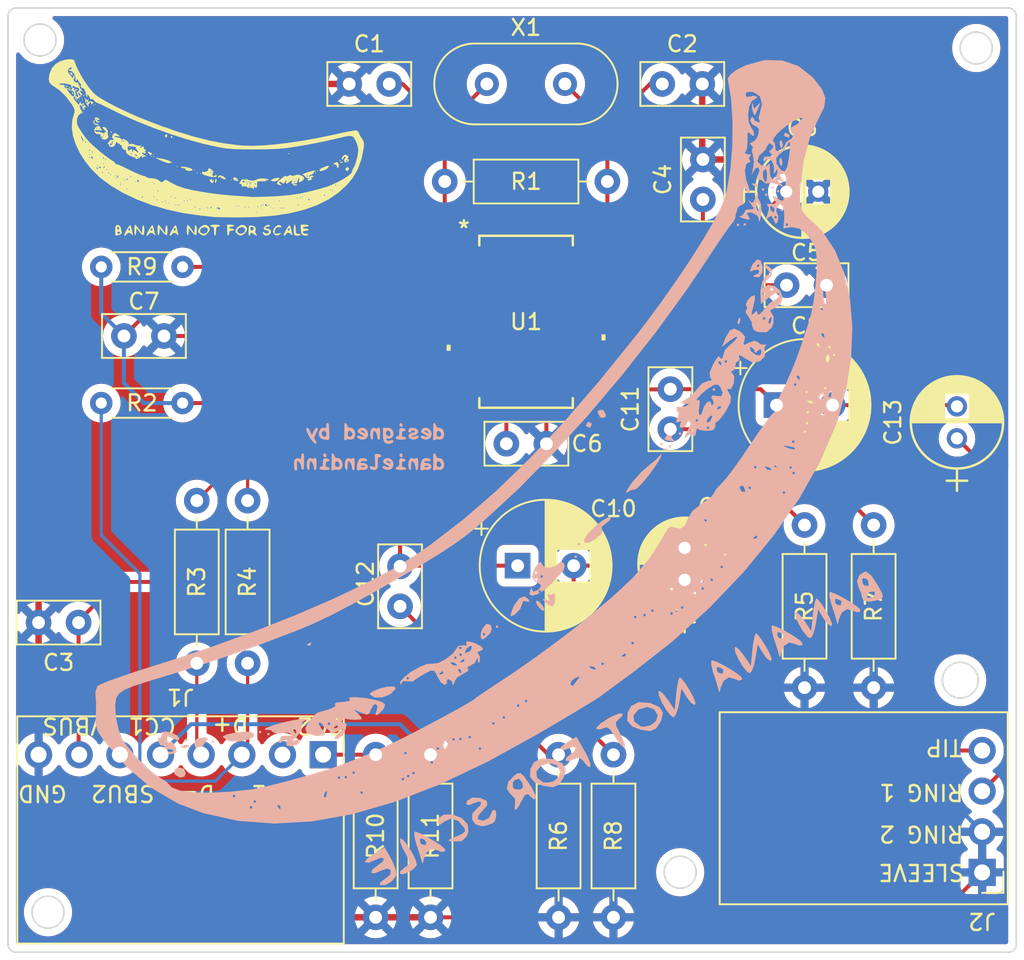
<source format=kicad_pcb>
(kicad_pcb (version 20211014) (generator pcbnew)
  (layers (0 "F.Cu" signal) (31 "B.Cu" signal) (34 "B.Paste" user) (35 "F.Paste" user) (36 "B.SilkS" user "B.Silkscreen") (37 "F.SilkS" user "F.Silkscreen") (38 "B.Mask" user) (39 "F.Mask" user) (44 "Edge.Cuts" user))
  (net 0 "")
  (net 1 "GND")
  (net 2 "Net-(C1-Pad2)")
  (net 3 "Net-(C2-Pad1)")
  (net 4 "VBUS")
  (net 5 "Net-(C4-Pad1)")
  (net 6 "Net-(C5-Pad1)")
  (net 7 "Net-(C6-Pad2)")
  (net 8 "Net-(C7-Pad1)")
  (net 9 "Net-(C8-Pad1)")
  (net 10 "15")
  (net 11 "Net-(C13-Pad2)")
  (net 12 "14")
  (net 13 "Net-(C10-Pad2)")
  (net 14 "Net-(C11-Pad1)")
  (net 15 "Net-(C12-Pad1)")
  (net 16 "RING1")
  (net 17 "TIP")
  (net 18 "Net-(J1-Pad1)")
  (net 20 "D+")
  (net 21 "D-")
  (net 22 "Net-(J1-Pad5)")
  (net 24 "Net-(R9-Pad2)")
  (net 31 "/D_N")
  (net 32 "/D_P")
  (footprint "Capacitor_THT:C_Disc_D5.0mm_W2.5mm_P2.50mm" (layer "F.Cu") (at 177.419 70.465 90)
    (fp_text reference "C4" (at 1.25 -2.5 90) (layer "F.SilkS"))
    (fp_text value "1uF")
    (pad "1" thru_hole circle (at 0 0 90) (size 1.6 1.6) (drill 0.8) (layers *.Cu *.Mask) (net 5 "Net-(C4-Pad1)"))
    (pad "2" thru_hole circle (at 2.5 0 90) (size 1.6 1.6) (drill 0.8) (layers *.Cu *.Mask) (net 1 "GND"))
  )
  (footprint "PCM2704DB:DB28_TEX" (layer "F.Cu") (at 166.37 78.105)
    (fp_text reference "U1" (at 0 0 unlocked) (layer "F.SilkS"))
    (fp_text value "PCM2704DB")
    (fp_text user "*" (at -3.8862 -5.7998) (layer "F.SilkS"))
    (pad "1" smd rect (at -3.6322 -4.225) (size 1.651 0.4318) (layers "F.Cu" "F.Paste" "F.Mask") (net 2 "Net-(C1-Pad2)"))
    (pad "2" smd rect (at -3.6322 -3.574999) (size 1.651 0.4318) (layers "F.Cu" "F.Paste" "F.Mask"))
    (pad "3" smd rect (at -3.6322 -2.925) (size 1.651 0.4318) (layers "F.Cu" "F.Paste" "F.Mask") (net 24 "Net-(R9-Pad2)"))
    (pad "4" smd rect (at -3.6322 -2.274999) (size 1.651 0.4318) (layers "F.Cu" "F.Paste" "F.Mask") (net 8 "Net-(C7-Pad1)"))
    (pad "5" smd rect (at -3.6322 -1.625001) (size 1.651 0.4318) (layers "F.Cu" "F.Paste" "F.Mask"))
    (pad "6" smd rect (at -3.6322 -0.974999) (size 1.651 0.4318) (layers "F.Cu" "F.Paste" "F.Mask") (net 1 "GND"))
    (pad "7" smd rect (at -3.6322 -0.325001) (size 1.651 0.4318) (layers "F.Cu" "F.Paste" "F.Mask") (net 8 "Net-(C7-Pad1)"))
    (pad "8" smd rect (at -3.6322 0.324998) (size 1.651 0.4318) (layers "F.Cu" "F.Paste" "F.Mask") (net 31 "/D_N"))
    (pad "9" smd rect (at -3.6322 0.974999) (size 1.651 0.4318) (layers "F.Cu" "F.Paste" "F.Mask") (net 32 "/D_P"))
    (pad "10" smd rect (at -3.6322 1.624998) (size 1.651 0.4318) (layers "F.Cu" "F.Paste" "F.Mask") (net 4 "VBUS"))
    (pad "11" smd rect (at -3.6322 2.274999) (size 1.651 0.4318) (layers "F.Cu" "F.Paste" "F.Mask") (net 1 "GND"))
    (pad "12" smd rect (at -3.6322 2.924998) (size 1.651 0.4318) (layers "F.Cu" "F.Paste" "F.Mask") (net 1 "GND"))
    (pad "13" smd rect (at -3.6322 3.574999) (size 1.651 0.4318) (layers "F.Cu" "F.Paste" "F.Mask") (net 7 "Net-(C6-Pad2)"))
    (pad "14" smd rect (at -3.6322 4.224998) (size 1.651 0.4318) (layers "F.Cu" "F.Paste" "F.Mask") (net 12 "14"))
    (pad "15" smd rect (at 3.6322 4.225) (size 1.651 0.4318) (layers "F.Cu" "F.Paste" "F.Mask") (net 10 "15"))
    (pad "16" smd rect (at 3.6322 3.574999) (size 1.651 0.4318) (layers "F.Cu" "F.Paste" "F.Mask") (net 6 "Net-(C5-Pad1)"))
    (pad "17" smd rect (at 3.6322 2.925) (size 1.651 0.4318) (layers "F.Cu" "F.Paste" "F.Mask") (net 1 "GND"))
    (pad "18" smd rect (at 3.6322 2.274999) (size 1.651 0.4318) (layers "F.Cu" "F.Paste" "F.Mask") (net 9 "Net-(C8-Pad1)"))
    (pad "19" smd rect (at 3.6322 1.625001) (size 1.651 0.4318) (layers "F.Cu" "F.Paste" "F.Mask") (net 1 "GND"))
    (pad "20" smd rect (at 3.6322 0.974999) (size 1.651 0.4318) (layers "F.Cu" "F.Paste" "F.Mask") (net 5 "Net-(C4-Pad1)"))
    (pad "21" smd rect (at 3.6322 0.325001) (size 1.651 0.4318) (layers "F.Cu" "F.Paste" "F.Mask") (net 8 "Net-(C7-Pad1)"))
    (pad "22" smd rect (at 3.6322 -0.325001) (size 1.651 0.4318) (layers "F.Cu" "F.Paste" "F.Mask"))
    (pad "23" smd rect (at 3.6322 -0.974999) (size 1.651 0.4318) (layers "F.Cu" "F.Paste" "F.Mask"))
    (pad "24" smd rect (at 3.6322 -1.625001) (size 1.651 0.4318) (layers "F.Cu" "F.Paste" "F.Mask"))
    (pad "25" smd rect (at 3.6322 -2.274999) (size 1.651 0.4318) (layers "F.Cu" "F.Paste" "F.Mask") (net 8 "Net-(C7-Pad1)"))
    (pad "26" smd rect (at 3.6322 -2.925) (size 1.651 0.4318) (layers "F.Cu" "F.Paste" "F.Mask") (net 8 "Net-(C7-Pad1)"))
    (pad "27" smd rect (at 3.6322 -3.574999) (size 1.651 0.4318) (layers "F.Cu" "F.Paste" "F.Mask"))
    (pad "28" smd rect (at 3.6322 -4.225) (size 1.651 0.4318) (layers "F.Cu" "F.Paste" "F.Mask") (net 3 "Net-(C2-Pad1)"))
  )
  (footprint "Resistor_THT:R_Axial_DIN0207_L6.3mm_D2.5mm_P10.16mm_Horizontal" (layer "F.Cu") (at 145.796 89.281 -90)
    (fp_text reference "R3" (at 5.08 0 90) (layer "F.SilkS"))
    (fp_text value "22Ω")
    (pad "1" thru_hole circle (at 0 0 270) (size 1.6 1.6) (drill 0.8) (layers *.Cu *.Mask) (net 31 "/D_N"))
    (pad "2" thru_hole oval (at 10.16 0 270) (size 1.6 1.6) (drill 0.8) (layers *.Cu *.Mask) (net 21 "D-"))
  )
  (footprint "Capacitor_THT:C_Disc_D5.0mm_W2.5mm_P2.50mm" (layer "F.Cu") (at 138.41 96.901 180)
    (fp_text reference "C3" (at 1.25 -2.5) (layer "F.SilkS"))
    (fp_text value "1uF")
    (pad "1" thru_hole circle (at 0 0 180) (size 1.6 1.6) (drill 0.8) (layers *.Cu *.Mask) (net 4 "VBUS"))
    (pad "2" thru_hole circle (at 2.5 0 180) (size 1.6 1.6) (drill 0.8) (layers *.Cu *.Mask) (net 1 "GND"))
  )
  (footprint "Resistor_THT:R_Axial_DIN0207_L6.3mm_D2.5mm_P10.16mm_Horizontal" (layer "F.Cu") (at 188.087 90.805 -90)
    (fp_text reference "R7" (at 5.08 0 90) (layer "F.SilkS"))
    (fp_text value "330Ω")
    (pad "1" thru_hole circle (at 0 0 270) (size 1.6 1.6) (drill 0.8) (layers *.Cu *.Mask) (net 11 "Net-(C13-Pad2)"))
    (pad "2" thru_hole oval (at 10.16 0 270) (size 1.6 1.6) (drill 0.8) (layers *.Cu *.Mask) (net 1 "GND"))
  )
  (footprint "Resistor_THT:R_Axial_DIN0207_L6.3mm_D2.5mm_P10.16mm_Horizontal" (layer "F.Cu") (at 148.971 89.281 -90)
    (fp_text reference "R4" (at 5.08 0 90) (layer "F.SilkS"))
    (fp_text value "22Ω")
    (pad "1" thru_hole circle (at 0 0 270) (size 1.6 1.6) (drill 0.8) (layers *.Cu *.Mask) (net 32 "/D_P"))
    (pad "2" thru_hole oval (at 10.16 0 270) (size 1.6 1.6) (drill 0.8) (layers *.Cu *.Mask) (net 20 "D+"))
  )
  (footprint "cap:cap big" (layer "F.Cu") (at 183.769 83.312)
    (fp_text reference "C9" (at 0.127 -4.953 unlocked) (layer "F.SilkS"))
    (fp_text value "100uF")
    (pad "1" thru_hole rect (at -1.75 0) (size 1.6 1.6) (drill 0.8) (layers *.Mask "F.Cu" "In1.Cu" "B.Cu") (net 10 "15"))
    (pad "2" thru_hole circle (at 1.75 0) (size 1.6 1.6) (drill 0.8) (layers *.Mask "F.Cu" "In1.Cu" "B.Cu") (net 11 "Net-(C13-Pad2)"))
  )
  (footprint "Resistor_THT:R_Axial_DIN0207_L6.3mm_D2.5mm_P10.16mm_Horizontal" (layer "F.Cu") (at 171.831 105.156 -90)
    (fp_text reference "R8" (at 5.08 0 90) (layer "F.SilkS"))
    (fp_text value "330Ω")
    (pad "1" thru_hole circle (at 0 0 270) (size 1.6 1.6) (drill 0.8) (layers *.Cu *.Mask) (net 13 "Net-(C10-Pad2)"))
    (pad "2" thru_hole oval (at 10.16 0 270) (size 1.6 1.6) (drill 0.8) (layers *.Cu *.Mask) (net 1 "GND"))
  )
  (footprint "Capacitor_THT:C_Disc_D5.0mm_W2.5mm_P2.50mm" (layer "F.Cu") (at 158.496 95.885 90)
    (fp_text reference "C12" (at 1.397 -2.159 90) (layer "F.SilkS"))
    (fp_text value "0.022uF")
    (pad "1" thru_hole circle (at 0 0 90) (size 1.6 1.6) (drill 0.8) (layers *.Cu *.Mask) (net 15 "Net-(C12-Pad1)"))
    (pad "2" thru_hole circle (at 2.5 0 90) (size 1.6 1.6) (drill 0.8) (layers *.Cu *.Mask) (net 12 "14"))
  )
  (footprint "cap:CAP_YX_5X11_RUB" (layer "F.Cu") (at 193.294 85.3915 90)
    (fp_text reference "C13" (at 1 -4 90 unlocked) (layer "F.SilkS"))
    (fp_text value "1uF")
    (pad "1" thru_hole circle (at 0 0 90) (size 1.27 1.27) (drill 0.762) (layers *.Cu *.Mask) (net 16 "RING1"))
    (pad "2" thru_hole circle (at 2 0 90) (size 1.27 1.27) (drill 0.762) (layers *.Cu *.Mask) (net 11 "Net-(C13-Pad2)"))
  )
  (footprint "cap:CAP_YX_5X11_RUB" (layer "F.Cu") (at 182.626 69.977)
    (fp_text reference "C8" (at 1 -4 unlocked) (layer "F.SilkS"))
    (fp_text value "10uF")
    (pad "1" thru_hole circle (at 0 0) (size 1.27 1.27) (drill 0.762) (layers *.Cu *.Mask) (net 9 "Net-(C8-Pad1)"))
    (pad "2" thru_hole circle (at 2 0) (size 1.27 1.27) (drill 0.762) (layers *.Cu *.Mask) (net 1 "GND"))
  )
  (footprint "Resistor_THT:R_Axial_DIN0207_L6.3mm_D2.5mm_P10.16mm_Horizontal" (layer "F.Cu") (at 171.45 69.342 180)
    (fp_text reference "R1" (at 5.08 0) (layer "F.SilkS"))
    (fp_text value "1MΩ")
    (pad "1" thru_hole circle (at 0 0 180) (size 1.6 1.6) (drill 0.8) (layers *.Cu *.Mask) (net 3 "Net-(C2-Pad1)"))
    (pad "2" thru_hole oval (at 10.16 0 180) (size 1.6 1.6) (drill 0.8) (layers *.Cu *.Mask) (net 2 "Net-(C1-Pad2)"))
  )
  (footprint "Capacitor_THT:C_Disc_D5.0mm_W2.5mm_P2.50mm" (layer "F.Cu") (at 174.879 63.246)
    (fp_text reference "C2" (at 1.25 -2.5) (layer "F.SilkS"))
    (fp_text value "22pF")
    (pad "1" thru_hole circle (at 0 0) (size 1.6 1.6) (drill 0.8) (layers *.Cu *.Mask) (net 3 "Net-(C2-Pad1)"))
    (pad "2" thru_hole circle (at 2.5 0) (size 1.6 1.6) (drill 0.8) (layers *.Cu *.Mask) (net 1 "GND"))
  )
  (footprint "Capacitor_THT:C_Disc_D5.0mm_W2.5mm_P2.50mm" (layer "F.Cu") (at 182.646 75.819)
    (fp_text reference "C5" (at 1.25 -2.032) (layer "F.SilkS"))
    (fp_text value "1uF")
    (pad "1" thru_hole circle (at 0 0) (size 1.6 1.6) (drill 0.8) (layers *.Cu *.Mask) (net 6 "Net-(C5-Pad1)"))
    (pad "2" thru_hole circle (at 2.5 0) (size 1.6 1.6) (drill 0.8) (layers *.Cu *.Mask) (net 1 "GND"))
  )
  (footprint "Crystal:Crystal_HC49-4H_Vertical" (layer "F.Cu") (at 163.92 63.246)
    (fp_text reference "X1" (at 2.44 -3.525) (layer "F.SilkS"))
    (fp_text value "12MHz")
    (pad "1" thru_hole circle (at 0 0) (size 1.5 1.5) (drill 0.8) (layers *.Cu *.Mask) (net 2 "Net-(C1-Pad2)"))
    (pad "2" thru_hole circle (at 4.88 0) (size 1.5 1.5) (drill 0.8) (layers *.Cu *.Mask) (net 3 "Net-(C2-Pad1)"))
  )
  (footprint "Capacitor_THT:C_Disc_D5.0mm_W2.5mm_P2.50mm" (layer "F.Cu") (at 167.64 85.725 180)
    (fp_text reference "C6" (at -2.54 0) (layer "F.SilkS"))
    (fp_text value "1uF")
    (pad "1" thru_hole circle (at 0 0 180) (size 1.6 1.6) (drill 0.8) (layers *.Cu *.Mask) (net 1 "GND"))
    (pad "2" thru_hole circle (at 2.5 0 180) (size 1.6 1.6) (drill 0.8) (layers *.Cu *.Mask) (net 7 "Net-(C6-Pad2)"))
  )
  (footprint "Resistor_THT:R_Axial_DIN0207_L6.3mm_D2.5mm_P10.16mm_Horizontal" (layer "F.Cu") (at 168.402 105.156 -90)
    (fp_text reference "R6" (at 5.08 0 90) (layer "F.SilkS"))
    (fp_text value "16Ω")
    (pad "1" thru_hole circle (at 0 0 270) (size 1.6 1.6) (drill 0.8) (layers *.Cu *.Mask) (net 15 "Net-(C12-Pad1)"))
    (pad "2" thru_hole oval (at 10.16 0 270) (size 1.6 1.6) (drill 0.8) (layers *.Cu *.Mask) (net 1 "GND"))
  )
  (footprint "Resistor_THT:R_Axial_DIN0204_L3.6mm_D1.6mm_P5.08mm_Horizontal" (layer "F.Cu") (at 144.907 83.185 180)
    (fp_text reference "R2" (at 2.54 0) (layer "F.SilkS"))
    (fp_text value "1.5kΩ")
    (pad "1" thru_hole circle (at 0 0 180) (size 1.4 1.4) (drill 0.7) (layers *.Cu *.Mask) (net 8 "Net-(C7-Pad1)"))
    (pad "2" thru_hole oval (at 5.08 0 180) (size 1.4 1.4) (drill 0.7) (layers *.Cu *.Mask) (net 20 "D+"))
  )
  (footprint "Resistor_THT:R_Axial_DIN0207_L6.3mm_D2.5mm_P10.16mm_Horizontal" (layer "F.Cu") (at 160.401 115.316 90)
    (fp_text reference "R11" (at 5.08 0 90) (layer "F.SilkS"))
    (fp_text value "5k1Ω")
    (pad "1" thru_hole circle (at 0 0 90) (size 1.6 1.6) (drill 0.8) (layers *.Cu *.Mask) (net 1 "GND"))
    (pad "2" thru_hole oval (at 10.16 0 90) (size 1.6 1.6) (drill 0.8) (layers *.Cu *.Mask) (net 22 "Net-(J1-Pad5)"))
  )
  (footprint "cap:CAP_YX_5X11_RUB" (layer "F.Cu") (at 176.276 94.234 90)
    (fp_text reference "C14" (at 4.572 2.286 unlocked) (layer "F.SilkS"))
    (fp_text value "1uF")
    (pad "1" thru_hole circle (at 0 0 90) (size 1.27 1.27) (drill 0.762) (layers *.Cu *.Mask) (net 17 "TIP"))
    (pad "2" thru_hole circle (at 2 0 90) (size 1.27 1.27) (drill 0.762) (layers *.Cu *.Mask) (net 13 "Net-(C10-Pad2)"))
  )
  (footprint "Capacitor_THT:C_Disc_D5.0mm_W2.5mm_P2.50mm" (layer "F.Cu") (at 155.321 63.246)
    (fp_text reference "C1" (at 1.25 -2.5) (layer "F.SilkS"))
    (fp_text value "22pF")
    (pad "1" thru_hole circle (at 0 0) (size 1.6 1.6) (drill 0.8) (layers *.Cu *.Mask) (net 1 "GND"))
    (pad "2" thru_hole circle (at 2.5 0) (size 1.6 1.6) (drill 0.8) (layers *.Cu *.Mask) (net 2 "Net-(C1-Pad2)"))
  )
  (footprint "LOGO" (layer "F.Cu") (at 146.431 67.183)
    (fp_text reference "G***" hide)
    (fp_text value "LOGO" hide)
  )
  (footprint "Library:headphone jack breadboard" (layer "F.Cu") (at 187.198 108.585 180)
    (fp_text reference "J2" (at -7.67 -6.9755 180 unlocked) (layer "F.SilkS"))
    (fp_text value "Audio 3.5mm")
    (fp_text user "TIP" (at -5.27 3.8825 180 unlocked) (layer "F.SilkS"))
    (fp_text user "RING 1" (at -3.87 1.0825 180 unlocked) (layer "F.SilkS"))
    (fp_text user "RING 2" (at -3.87 -1.5175 180 unlocked) (layer "F.SilkS"))
    (fp_text user "SLEEVE" (at -3.87 -3.9175 180 unlocked) (layer "F.SilkS"))
    (pad "1" thru_hole rect (at -7.67 -3.9275 180) (size 1.7 1.7) (drill 1) (layers *.Mask "F.Cu" "In1.Cu" "B.Cu") (net 1 "GND"))
    (pad "2" thru_hole oval (at -7.67 -1.3875 180) (size 1.7 1.7) (drill 1) (layers *.Mask "F.Cu" "In1.Cu" "B.Cu") (net 1 "GND"))
    (pad "3" thru_hole oval (at -7.67 1.1525 180) (size 1.7 1.7) (drill 1) (layers *.Mask "F.Cu" "In1.Cu" "B.Cu") (net 16 "RING1"))
    (pad "4" thru_hole oval (at -7.67 3.6925 180) (size 1.7 1.7) (drill 1) (layers *.Mask "F.Cu" "In1.Cu" "B.Cu") (net 17 "TIP"))
  )
  (footprint "Resistor_THT:R_Axial_DIN0204_L3.6mm_D1.6mm_P5.08mm_Horizontal" (layer "F.Cu") (at 139.827 74.676)
    (fp_text reference "R9" (at 2.54 0) (layer "F.SilkS"))
    (fp_text value "1.5kΩ")
    (pad "1" thru_hole circle (at 0 0) (size 1.4 1.4) (drill 0.7) (layers *.Cu *.Mask) (net 8 "Net-(C7-Pad1)"))
    (pad "2" thru_hole oval (at 5.08 0) (size 1.4 1.4) (drill 0.7) (layers *.Cu *.Mask) (net 24 "Net-(R9-Pad2)"))
  )
  (footprint "Resistor_THT:R_Axial_DIN0207_L6.3mm_D2.5mm_P10.16mm_Horizontal" (layer "F.Cu") (at 156.972 115.316 90)
    (fp_text reference "R10" (at 5.08 0 90) (layer "F.SilkS"))
    (fp_text value "5k1Ω")
    (pad "1" thru_hole circle (at 0 0 90) (size 1.6 1.6) (drill 0.8) (layers *.Cu *.Mask) (net 1 "GND"))
    (pad "2" thru_hole oval (at 10.16 0 90) (size 1.6 1.6) (drill 0.8) (layers *.Cu *.Mask) (net 18 "Net-(J1-Pad1)"))
  )
  (footprint "Resistor_THT:R_Axial_DIN0207_L6.3mm_D2.5mm_P10.16mm_Horizontal" (layer "F.Cu") (at 183.769 90.805 -90)
    (fp_text reference "R5" (at 5.08 0 90) (layer "F.SilkS"))
    (fp_text value "16Ω")
    (pad "1" thru_hole circle (at 0 0 270) (size 1.6 1.6) (drill 0.8) (layers *.Cu *.Mask) (net 14 "Net-(C11-Pad1)"))
    (pad "2" thru_hole oval (at 10.16 0 270) (size 1.6 1.6) (drill 0.8) (layers *.Cu *.Mask) (net 1 "GND"))
  )
  (footprint "Library:usb c breadboard 01x08" (layer "F.Cu") (at 144.78 105.156 180)
    (fp_text reference "J1" (at 0 3.6 180 unlocked) (layer "F.SilkS"))
    (fp_text value "USBC Breakout")
    (fp_text user "CC2    D+   CC1  VBUS" (at -0.8 1.8 180 unlocked) (layer "F.SilkS"))
    (fp_text user "SBU1   D-  SBU2  GND" (at 0.889 -2.413 180 unlocked) (layer "F.SilkS"))
    (pad "1" thru_hole rect (at -8.91 0 270) (size 1.7 1.7) (drill 1) (layers *.Mask "F.Cu" "In1.Cu" "B.Cu") (net 18 "Net-(J1-Pad1)"))
    (pad "2" thru_hole oval (at -6.37 0 270) (size 1.7 1.7) (drill 1) (layers *.Mask "F.Cu" "In1.Cu" "B.Cu"))
    (pad "3" thru_hole oval (at -3.83 0 270) (size 1.7 1.7) (drill 1) (layers *.Mask "F.Cu" "In1.Cu" "B.Cu") (net 20 "D+"))
    (pad "4" thru_hole oval (at -1.29 0 270) (size 1.7 1.7) (drill 1) (layers *.Mask "F.Cu" "In1.Cu" "B.Cu") (net 21 "D-"))
    (pad "5" thru_hole oval (at 1.25 0 270) (size 1.7 1.7) (drill 1) (layers *.Mask "F.Cu" "In1.Cu" "B.Cu") (net 22 "Net-(J1-Pad5)"))
    (pad "6" thru_hole oval (at 3.79 0 270) (size 1.7 1.7) (drill 1) (layers *.Mask "F.Cu" "In1.Cu" "B.Cu"))
    (pad "7" thru_hole oval (at 6.33 0 270) (size 1.7 1.7) (drill 1) (layers *.Mask "F.Cu" "In1.Cu" "B.Cu") (net 4 "VBUS"))
    (pad "8" thru_hole oval (at 8.87 0 270) (size 1.7 1.7) (drill 1) (layers *.Mask "F.Cu" "In1.Cu" "B.Cu") (net 1 "GND"))
  )
  (footprint "cap:cap big" (layer "F.Cu") (at 167.593 93.345)
    (fp_text reference "C10" (at 4.238 -3.556 unlocked) (layer "F.SilkS"))
    (fp_text value "100uF")
    (pad "1" thru_hole rect (at -1.75 0) (size 1.6 1.6) (drill 0.8) (layers *.Mask "F.Cu" "In1.Cu" "B.Cu") (net 12 "14"))
    (pad "2" thru_hole circle (at 1.75 0) (size 1.6 1.6) (drill 0.8) (layers *.Mask "F.Cu" "In1.Cu" "B.Cu") (net 13 "Net-(C10-Pad2)"))
  )
  (footprint "Capacitor_THT:C_Disc_D5.0mm_W2.5mm_P2.50mm" (layer "F.Cu") (at 141.244 78.994)
    (fp_text reference "C7" (at 1.25 -2.159) (layer "F.SilkS"))
    (fp_text value "1uF")
    (pad "1" thru_hole circle (at 0 0) (size 1.6 1.6) (drill 0.8) (layers *.Cu *.Mask) (net 8 "Net-(C7-Pad1)"))
    (pad "2" thru_hole circle (at 2.5 0) (size 1.6 1.6) (drill 0.8) (layers *.Cu *.Mask) (net 1 "GND"))
  )
  (footprint "Capacitor_THT:C_Disc_D5.0mm_W2.5mm_P2.50mm" (layer "F.Cu") (at 175.387 84.816 90)
    (fp_text reference "C11" (at 1.25 -2.5 90) (layer "F.SilkS"))
    (fp_text value "0.022uF")
    (pad "1" thru_hole circle (at 0 0 90) (size 1.6 1.6) (drill 0.8) (layers *.Cu *.Mask) (net 14 "Net-(C11-Pad1)"))
    (pad "2" thru_hole circle (at 2.5 0 90) (size 1.6 1.6) (drill 0.8) (layers *.Cu *.Mask) (net 10 "15"))
  )
  (footprint "LOGO" (layer "B.Cu") (at 156.5 86 180)
    (fp_text reference "G***" hide)
    (fp_text value "LOGO" hide)
  )
  (footprint "LOGO" (layer "B.Cu") (at 165.5 89.5 -150)
    (fp_text reference "G***" hide)
    (fp_text value "LOGO" hide)
  )
  (gr_arc (start 197 117) (mid 196.853553 117.353553) (end 196.5 117.5) (layer "Edge.Cuts") (width 0.1))
  (gr_circle (center 193.5 100.5) (end 194.5 101) (layer "Edge.Cuts") (width 0.1) (fill none))
  (gr_arc (start 134 59) (mid 134.146447 58.646447) (end 134.5 58.5) (layer "Edge.Cuts") (width 0.1))
  (gr_line (start 197 59) (end 197 117) (layer "Edge.Cuts") (width 0.1))
  (gr_circle (center 176 112.5) (end 177 112.5) (layer "Edge.Cuts") (width 0.1) (fill none))
  (gr_line (start 196.5 117.5) (end 134.5 117.5) (layer "Edge.Cuts") (width 0.1))
  (gr_circle (center 194.5 61) (end 193.5 61) (layer "Edge.Cuts") (width 0.1) (fill none))
  (gr_line (start 134 117) (end 134 59) (layer "Edge.Cuts") (width 0.1))
  (gr_circle (center 136.5 115) (end 137.5 115) (layer "Edge.Cuts") (width 0.1) (fill none))
  (gr_arc (start 134.5 117.5) (mid 134.146447 117.353553) (end 134 117) (layer "Edge.Cuts") (width 0.1))
  (gr_arc (start 196.5 58.5) (mid 196.853553 58.646447) (end 197 59) (layer "Edge.Cuts") (width 0.1))
  (gr_circle (center 136 60.5) (end 137 60.5) (layer "Edge.Cuts") (width 0.1) (fill none))
  (gr_line (start 134.5 58.5) (end 196.5 58.5) (layer "Edge.Cuts") (width 0.1))
  (segment (start 135.91 105.155) (end 135.91 110.724) (width 0.4) (layer "F.Cu") (net 1))
  (segment (start 170.0022 81.03) (end 168.787 81.03) (width 0.25) (layer "F.Cu") (net 1))
  (segment (start 164.580999 80.379999) (end 162.7378 80.379999) (width 0.25) (layer "F.Cu") (net 1))
  (segment (start 177.379 63.246) (end 177.379 67.925) (width 0.4) (layer "F.Cu") (net 1))
  (segment (start 165.1 79.883) (end 164.592 80.391) (width 0.25) (layer "F.Cu") (net 1))
  (segment (start 143.744 78.994) (end 152.908 78.994) (width 0.25) (layer "F.Cu") (net 1))
  (segment (start 192.0645 115.316) (end 194.868 112.5125) (width 0.25) (layer "F.Cu") (net 1))
  (segment (start 162.7378 77.130001) (end 164.379001 77.130001) (width 0.25) (layer "F.Cu") (net 1))
  (segment (start 184.626 69.977) (end 173.573 81.03) (width 0.25) (layer "F.Cu") (net 1))
  (segment (start 185.674 71.025) (end 185.674 75.291) (width 0.25) (layer "F.Cu") (net 1))
  (segment (start 165.1 77.851) (end 165.1 79.883) (width 0.25) (layer "F.Cu") (net 1))
  (segment (start 173.823 59.69) (end 177.379 63.246) (width 0.4) (layer "F.Cu") (net 1))
  (segment (start 167.64 82.177) (end 167.64 85.725) (width 0.25) (layer "F.Cu") (net 1))
  (segment (start 173.573 81.03) (end 170.0022 81.03) (width 0.25) (layer "F.Cu") (net 1))
  (segment (start 135.91 96.901) (end 135.91 83.84) (width 0.4) (layer "F.Cu") (net 1))
  (segment (start 162.7378 77.130001) (end 154.771999 77.130001) (width 0.25) (layer "F.Cu") (net 1))
  (segment (start 139.7 115.316) (end 156.972 115.316) (width 0.4) (layer "F.Cu") (net 1))
  (segment (start 194.868 109.9725) (end 194.868 112.5125) (width 0.25) (layer "F.Cu") (net 1))
  (segment (start 168.402 115.316) (end 171.831 115.316) (width 0.25) (layer "F.Cu") (net 1))
  (segment (start 160.401 115.316) (end 156.972 115.316) (width 0.4) (layer "F.Cu") (net 1))
  (segment (start 135.91 105.155) (end 135.91 96.901) (width 0.4) (layer "F.Cu") (net 1))
  (segment (start 168.402 115.316) (end 160.401 115.316) (width 0.25) (layer "F.Cu") (net 1))
  (segment (start 168.787 81.03) (end 168.402 80.645) (width 0.25) (layer "F.Cu") (net 1))
  (segment (start 182.614 67.965) (end 184.626 69.977) (width 0.4) (layer "F.Cu") (net 1))
  (segment (start 164.592 80.391) (end 164.580999 80.379999) (width 0.25) (layer "F.Cu") (net 1))
  (segment (start 168.402 80.645) (end 168.402 80.137) (width 0.25) (layer "F.Cu") (net 1))
  (segment (start 138.343 81.407) (end 141.331 81.407) (width 0.4) (layer "F.Cu") (net 1))
  (segment (start 177.379 67.925) (end 177.419 67.965) (width 0.4) (layer "F.Cu") (net 1))
  (segment (start 184.626 69.977) (end 185.674 71.025) (width 0.25) (layer "F.Cu") (net 1))
  (segment (start 168.402 80.137) (end 168.808999 79.730001) (width 0.25) (layer "F.Cu") (net 1))
  (segment (start 141.331 81.407) (end 143.744 78.994) (width 0.4) (layer "F.Cu") (net 1))
  (segment (start 158.877 59.69) (end 173.823 59.69) (width 0.4) (layer "F.Cu") (net 1))
  (segment (start 154.771999 77.130001) (end 152.908 78.994) (width 0.25) (layer "F.Cu") (net 1))
  (segment (start 155.321 63.246) (end 158.877 59.69) (width 0.4) (layer "F.Cu") (net 1))
  (segment (start 148.035 63.246) (end 155.321 63.246) (width 0.4) (layer "F.Cu") (net 1))
  (segment (start 168.787 81.03) (end 167.64 82.177) (width 0.25) (layer "F.Cu") (net 1))
  (segment (start 168.808999 79.730001) (end 170.0022 79.730001) (width 0.25) (layer "F.Cu") (net 1))
  (segment (start 138.343 72.938) (end 148.035 63.246) (width 0.4) (layer "F.Cu") (net 1))
  (segment (start 135.91 111.526) (end 135.91 110.724) (width 0.4) (layer "F.Cu") (net 1))
  (segment (start 185.674 75.291) (end 185.146 75.819) (width 0.25) (layer "F.Cu") (net 1))
  (segment (start 139.7 115.316) (end 135.91 111.526) (width 0.4) (layer "F.Cu") (net 1))
  (segment (start 177.419 67.965) (end 182.614 67.965) (width 0.4) (layer "F.Cu") (net 1))
  (segment (start 138.343 81.407) (end 138.343 72.938) (width 0.4) (layer "F.Cu") (net 1))
  (segment (start 164.379001 77.130001) (end 165.1 77.851) (width 0.25) (layer "F.Cu") (net 1))
  (segment (start 162.7378 81.029998) (end 162.7378 80.379999) (width 0.25) (layer "F.Cu") (net 1))
  (segment (start 135.91 83.84) (end 138.343 81.407) (width 0.4) (layer "F.Cu") (net 1))
  (segment (start 171.831 115.316) (end 192.0645 115.316) (width 0.25) (layer "F.Cu") (net 1))
  (segment (start 189.992 101.473) (end 192.151 103.632) (width 0.25) (layer "B.Cu") (net 1))
  (segment (start 194.868 109.9725) (end 192.151 107.2555) (width 0.25) (layer "B.Cu") (net 1))
  (segment (start 183.769 100.965) (end 188.087 100.965) (width 0.25) (layer "B.Cu") (net 1))
  (segment (start 192.151 103.632) (end 192.151 106.553) (width 0.25) (layer "B.Cu") (net 1))
  (segment (start 189.484 100.965) (end 189.992 101.473) (width 0.25) (layer "B.Cu") (net 1))
  (segment (start 192.151 107.2555) (end 192.151 106.553) (width 0.25) (layer "B.Cu") (net 1))
  (segment (start 188.087 100.965) (end 189.484 100.965) (width 0.25) (layer "B.Cu") (net 1))
  (segment (start 162.7378 73.88) (end 161.29 72.4322) (width 0.25) (layer "F.Cu") (net 2))
  (segment (start 161.29 69.342) (end 161.29 65.876) (width 0.25) (layer "F.Cu") (net 2))
  (segment (start 161.29 69.342) (end 161.29 72.4322) (width 0.25) (layer "F.Cu") (net 2))
  (segment (start 158.66 63.246) (end 161.29 65.876) (width 0.25) (layer "F.Cu") (net 2))
  (segment (start 161.29 65.876) (end 163.92 63.246) (width 0.25) (layer "F.Cu") (net 2))
  (segment (start 168.8 63.246) (end 171.45 65.896) (width 0.25) (layer "F.Cu") (net 3))
  (segment (start 171.467 65.896) (end 174.117 63.246) (width 0.25) (layer "F.Cu") (net 3))
  (segment (start 170.0022 73.88) (end 171.45 72.4322) (width 0.25) (layer "F.Cu") (net 3))
  (segment (start 174.117 63.246) (end 174.879 63.246) (width 0.25) (layer "F.Cu") (net 3))
  (segment (start 171.45 72.4322) (end 171.45 69.342) (width 0.25) (layer "F.Cu") (net 3))
  (segment (start 171.45 65.896) (end 171.45 69.342) (width 0.25) (layer "F.Cu") (net 3))
  (segment (start 138.41 96.794) (end 140.843 94.361) (width 0.25) (layer "F.Cu") (net 4))
  (segment (start 138.41 96.901) (end 138.41 105.115) (width 0.25) (layer "F.Cu") (net 4))
  (segment (start 151.511 94.361) (end 156.972 88.9) (width 0.25) (layer "F.Cu") (net 4))
  (segment (start 161.189002 79.729998) (end 162.7378 79.729998) (width 0.25) (layer "F.Cu") (net 4))
  (segment (start 156.972 88.9) (end 156.972 83.947) (width 0.25) (layer "F.Cu") (net 4))
  (segment (start 156.972 83.947) (end 161.189002 79.729998) (width 0.25) (layer "F.Cu") (net 4))
  (segment (start 140.843 94.361) (end 151.511 94.361) (width 0.25) (layer "F.Cu") (net 4))
  (segment (start 138.41 105.115) (end 138.45 105.155) (width 0.25) (layer "F.Cu") (net 4))
  (segment (start 138.41 96.901) (end 138.41 96.794) (width 0.25) (layer "F.Cu") (net 4))
  (segment (start 177.419 72.738699) (end 177.419 70.465) (width 0.25) (layer "F.Cu") (net 5))
  (segment (start 170.0022 79.079999) (end 171.0777 79.079999) (width 0.25) (layer "F.Cu") (net 5))
  (segment (start 171.0777 79.079999) (end 177.419 72.738699) (width 0.25) (layer "F.Cu") (net 5))
  (segment (start 173.971001 81.679999) (end 179.7685 75.8825) (width 0.25) (layer "F.Cu") (net 6))
  (segment (start 170.0022 81.679999) (end 173.971001 81.679999) (width 0.25) (layer "F.Cu") (net 6))
  (segment (start 182.646 75.819) (end 179.832 75.819) (width 0.25) (layer "F.Cu") (net 6))
  (segment (start 179.832 75.819) (end 179.7685 75.8825) (width 0.25) (layer "F.Cu") (net 6))
  (segment (start 164.229999 81.679999) (end 165.14 82.59) (width 0.25) (layer "F.Cu") (net 7))
  (segment (start 162.7378 81.679999) (end 164.229999 81.679999) (width 0.25) (layer "F.Cu") (net 7))
  (segment (start 165.14 82.59) (end 165.14 85.725) (width 0.25) (layer "F.Cu") (net 7))
  (segment (start 144.165 76.073) (end 141.244 78.994) (width 0.25) (layer "F.Cu") (net 8))
  (segment (start 170.0022 75.18) (end 170.0022 75.830001) (width 0.25) (layer "F.Cu") (net 8))
  (segment (start 163.714001 75.830001) (end 164.211 76.327) (width 0.25) (layer "F.Cu") (net 8))
  (segment (start 162.7378 75.830001) (end 154.674999 75.830001) (width 0.25) (layer "F.Cu") (net 8))
  (segment (start 144.907 83.185) (end 150.876 83.185) (width 0.25) (layer "F.Cu") (net 8))
  (segment (start 164.211 76.327) (end 167.259 76.327) (width 0.25) (layer "F.Cu") (net 8))
  (segment (start 156.281001 77.779999) (end 162.7378 77.779999) (width 0.25) (layer "F.Cu") (net 8))
  (segment (start 154.674999 75.830001) (end 154.432 76.073) (width 0.25) (layer "F.Cu") (net 8))
  (segment (start 167.259 76.327) (end 167.259 76.762301) (width 0.25) (layer "F.Cu") (net 8))
  (segment (start 168.9267 78.430001) (end 170.0022 78.430001) (width 0.25) (layer "F.Cu") (net 8))
  (segment (start 162.7378 75.830001) (end 163.714001 75.830001) (width 0.25) (layer "F.Cu") (net 8))
  (segment (start 167.259 76.762301) (end 168.9267 78.430001) (width 0.25) (layer "F.Cu") (net 8))
  (segment (start 154.432 76.073) (end 144.165 76.073) (width 0.25) (layer "F.Cu") (net 8))
  (segment (start 150.876 83.185) (end 156.281001 77.779999) (width 0.25) (layer "F.Cu") (net 8))
  (segment (start 167.898 75.18) (end 170.0022 75.18) (width 0.25) (layer "F.Cu") (net 8))
  (segment (start 167.259 76.327) (end 167.259 75.819) (width 0.25) (layer "F.Cu") (net 8))
  (segment (start 167.259 75.819) (end 167.898 75.18) (width 0.25) (layer "F.Cu") (net 8))
  (segment (start 139.827 77.577) (end 141.244 78.994) (width 0.25) (layer "B.Cu") (net 8))
  (segment (start 141.244 78.994) (end 141.244 81.935) (width 0.25) (layer "B.Cu") (net 8))
  (segment (start 139.827 74.676) (end 139.827 77.577) (width 0.25) (layer "B.Cu") (net 8))
  (segment (start 142.494 83.185) (end 144.907 83.185) (width 0.25) (layer "B.Cu") (net 8))
  (segment (start 141.244 81.935) (end 142.494 83.185) (width 0.25) (layer "B.Cu") (net 8))
  (segment (start 172.223001 80.379999) (end 182.626 69.977) (width 0.25) (layer "F.Cu") (net 9))
  (segment (start 170.0022 80.379999) (end 172.223001 80.379999) (width 0.25) (layer "F.Cu") (net 9))
  (segment (start 175.387 82.316) (end 181.023 82.316) (width 0.25) (layer "F.Cu") (net 10))
  (segment (start 181.023 82.316) (end 182.019 83.312) (width 0.25) (layer "F.Cu") (net 10))
  (segment (start 170.0022 82.33) (end 175.373 82.33) (width 0.25) (layer "F.Cu") (net 10))
  (segment (start 175.373 82.33) (end 175.387 82.316) (width 0.25) (layer "F.Cu") (net 10))
  (segment (start 193.2145 83.312) (end 193.294 83.3915) (width 0.25) (layer "F.Cu") (net 11))
  (segment (start 185.519 83.312) (end 185.519 88.237) (width 0.25) (layer "F.Cu") (net 11))
  (segment (start 185.519 88.237) (end 188.087 90.805) (width 0.25) (layer "F.Cu") (net 11))
  (segment (start 185.519 83.312) (end 193.2145 83.312) (width 0.25) (layer "F.Cu") (net 11))
  (segment (start 162.7378 87.8332) (end 158.496 92.075) (width 0.25) (layer "F.Cu") (net 12))
  (segment (start 165.843 93.345) (end 158.536 93.345) (width 0.25) (layer "F.Cu") (net 12))
  (segment (start 158.496 92.075) (end 158.496 93.385) (width 0.25) (layer "F.Cu") (net 12))
  (segment (start 162.7378 82.329998) (end 162.7378 87.8332) (width 0.25) (layer "F.Cu") (net 12))
  (segment (start 158.536 93.345) (end 158.496 93.385) (width 0.25) (layer "F.Cu") (net 12))
  (segment (start 169.343 102.668) (end 171.831 105.156) (width 0.25) (layer "F.Cu") (net 13))
  (segment (start 169.343 93.345) (end 169.343 102.668) (width 0.25) (layer "F.Cu") (net 13))
  (segment (start 169.343 93.345) (end 175.165 93.345) (width 0.25) (layer "F.Cu") (net 13))
  (segment (start 175.165 93.345) (end 176.276 92.234) (width 0.25) (layer "F.Cu") (net 13))
  (segment (start 177.78 84.816) (end 183.769 90.805) (width 0.25) (layer "F.Cu") (net 14))
  (segment (start 175.387 84.816) (end 177.78 84.816) (width 0.25) (layer "F.Cu") (net 14))
  (segment (start 167.767 105.156) (end 168.402 105.156) (width 0.25) (layer "F.Cu") (net 15))
  (segment (start 158.496 95.885) (end 167.767 105.156) (width 0.25) (layer "F.Cu") (net 15))
  (segment (start 196.342 105.9585) (end 194.868 107.4325) (width 0.25) (layer "F.Cu") (net 16))
  (segment (start 196.342 88.4395) (end 196.342 105.9585) (width 0.25) (layer "F.Cu") (net 16))
  (segment (start 193.294 85.3915) (end 196.342 88.4395) (width 0.25) (layer "F.Cu") (net 16))
  (segment (start 180.467 104.902) (end 180.4765 104.8925) (width 0.25) (layer "F.Cu") (net 17))
  (segment (start 180.4765 104.8925) (end 194.868 104.8925) (width 0.25) (layer "F.Cu") (net 17))
  (segment (start 180.232 104.902) (end 180.467 104.902) (width 0.25) (layer "F.Cu") (net 17))
  (segment (start 176.276 100.946) (end 180.232 104.902) (width 0.25) (layer "F.Cu") (net 17))
  (segment (start 176.276 94.234) (end 176.276 100.946) (width 0.25) (layer "F.Cu") (net 17))
  (segment (start 156.972 105.156) (end 153.691 105.156) (width 0.25) (layer "F.Cu") (net 18))
  (segment (start 153.691 105.156) (end 153.69 105.155) (width 0.25) (layer "F.Cu") (net 18))
  (segment (start 148.971 104.795) (end 148.61 105.156) (width 0.2) (layer "F.Cu") (net 20))
  (segment (start 148.971 99.441) (end 148.971 104.795) (width 0.2) (layer "F.Cu") (net 20))
  (segment (start 139.827 91.44) (end 139.954 91.567) (width 0.2) (layer "B.Cu") (net 20))
  (segment (start 139.827 83.185) (end 139.827 91.44) (width 0.2) (layer "B.Cu") (net 20))
  (segment (start 142.24 105.664) (end 143.383 106.807) (width 0.2) (layer "B.Cu") (net 20))
  (segment (start 143.383 106.807) (end 146.958 106.807) (width 0.2) (layer "B.Cu") (net 20))
  (segment (start 146.958 106.807) (end 148.61 105.155) (width 0.2) (layer "B.Cu") (net 20))
  (segment (start 142.24 93.853) (end 142.24 105.664) (width 0.2) (layer "B.Cu") (net 20))
  (segment (start 139.954 91.567) (end 142.24 93.853) (width 0.2) (layer "B.Cu") (net 20))
  (segment (start 145.796 99.441) (end 145.796 104.882) (width 0.2) (layer "F.Cu") (net 21))
  (segment (start 145.796 104.882) (end 146.07 105.156) (width 0.2) (layer "F.Cu") (net 21))
  (segment (start 158.496 103.251) (end 160.401 105.156) (width 0.25) (layer "B.Cu") (net 22))
  (segment (start 145.435 103.251) (end 158.496 103.251) (width 0.25) (layer "B.Cu") (net 22))
  (segment (start 143.53 105.156) (end 145.435 103.251) (width 0.25) (layer "B.Cu") (net 22))
  (segment (start 154.178 74.676) (end 144.907 74.676) (width 0.25) (layer "F.Cu") (net 24))
  (segment (start 154.682 75.18) (end 154.178 74.676) (width 0.25) (layer "F.Cu") (net 24))
  (segment (start 162.7378 75.18) (end 154.682 75.18) (width 0.25) (layer "F.Cu") (net 24))
  (segment (start 150.974 84.103) (end 145.796 89.281) (width 0.2) (layer "F.Cu") (net 31))
  (segment (start 162.7378 78.429998) (end 161.499549 78.429998) (width 0.2) (layer "F.Cu") (net 31))
  (segment (start 155.1008 84.103) (end 150.974 84.103) (width 0.2) (layer "F.Cu") (net 31))
  (segment (start 161.499549 78.429998) (end 161.399548 78.529999) (width 0.2) (layer "F.Cu") (net 31))
  (segment (start 160.673801 78.529999) (end 155.1008 84.103) (width 0.2) (layer "F.Cu") (net 31))
  (segment (start 161.399548 78.529999) (end 160.673801 78.529999) (width 0.2) (layer "F.Cu") (net 31))
  (segment (start 154.419 84.582) (end 154.469 84.582) (width 0.2) (layer "F.Cu") (net 32))
  (segment (start 153.519 84.882) (end 153.519 85.008103) (width 0.2) (layer "F.Cu") (net 32))
  (segment (start 151.131397 84.582) (end 152.019 84.582) (width 0.2) (layer "F.Cu") (net 32))
  (segment (start 160.860202 78.979998) (end 161.399548 78.979998) (width 0.2) (layer "F.Cu") (net 32))
  (segment (start 148.971 89.281) (end 148.971 86.742397) (width 0.2) (layer "F.Cu") (net 32))
  (segment (start 152.319 84.882) (end 152.319 85.008103) (width 0.2) (layer "F.Cu") (net 32))
  (segment (start 161.399548 78.979998) (end 161.499549 79.079999) (width 0.2) (layer "F.Cu") (net 32))
  (segment (start 161.499549 79.079999) (end 162.7378 79.079999) (width 0.2) (layer "F.Cu") (net 32))
  (segment (start 148.971 86.742397) (end 151.131397 84.582) (width 0.2) (layer "F.Cu") (net 32))
  (segment (start 152.919 85.008103) (end 152.919 84.882) (width 0.2) (layer "F.Cu") (net 32))
  (segment (start 155.2582 84.582) (end 160.860202 78.979998) (width 0.2) (layer "F.Cu") (net 32))
  (segment (start 154.469 84.582) (end 155.2582 84.582) (width 0.2) (layer "F.Cu") (net 32))
  (segment (start 154.119 85.008103) (end 154.119 84.882) (width 0.2) (layer "F.Cu") (net 32))
  (arc (start 152.319 85.008103) (mid 152.406868 85.220235) (end 152.619 85.308103) (width 0.2) (layer "F.Cu") (net 32))
  (arc (start 152.019 84.582) (mid 152.231132 84.669868) (end 152.319 84.882) (width 0.2) (layer "F.Cu") (net 32))
  (arc (start 153.219 84.582) (mid 153.431132 84.669868) (end 153.519 84.882) (width 0.2) (layer "F.Cu") (net 32))
  (arc (start 154.119 84.882) (mid 154.206868 84.669868) (end 154.419 84.582) (width 0.2) (layer "F.Cu") (net 32))
  (arc (start 153.519 85.008103) (mid 153.606868 85.220235) (end 153.819 85.308103) (width 0.2) (layer "F.Cu") (net 32))
  (arc (start 152.919 84.882) (mid 153.006868 84.669868) (end 153.219 84.582) (width 0.2) (layer "F.Cu") (net 32))
  (arc (start 153.819 85.308103) (mid 154.031132 85.220235) (end 154.119 85.008103) (width 0.2) (layer "F.Cu") (net 32))
  (arc (start 152.619 85.308103) (mid 152.831132 85.220235) (end 152.919 85.008103) (width 0.2) (layer "F.Cu") (net 32))
  (zone (net 1) (net_name "GND") (layer "F.Cu") (connect_pads (clearance 0.508)) (min_thickness 0.254) (fill yes (thermal_gap 0.508) (thermal_bridge_width 0.508))
    (polygon (pts (xy 197.5 118) (xy 133.5 118) (xy 133.5 58) (xy 197.5 58)))
  )
  (zone (net 1) (net_name "GND") (layer "B.Cu") (connect_pads (clearance 0.508)) (min_thickness 0.254) (fill yes (thermal_gap 0.508) (thermal_bridge_width 0.508))
    (polygon (pts (xy 197.5 118) (xy 133.5 118) (xy 133.5 58) (xy 197.5 58)))
  )
)
</source>
